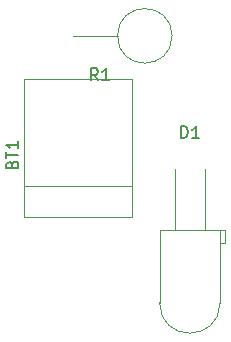
<source format=gto>
G04 #@! TF.FileFunction,Legend,Top*
%FSLAX46Y46*%
G04 Gerber Fmt 4.6, Leading zero omitted, Abs format (unit mm)*
G04 Created by KiCad (PCBNEW 4.0.7) date 07/26/19 18:51:32*
%MOMM*%
%LPD*%
G01*
G04 APERTURE LIST*
%ADD10C,0.100000*%
%ADD11C,0.120000*%
%ADD12C,0.150000*%
G04 APERTURE END LIST*
D10*
D11*
X144820000Y-118120000D02*
X153820000Y-118120000D01*
X144720000Y-109100000D02*
X153850000Y-109100000D01*
X144720000Y-109100000D02*
X144720000Y-120770000D01*
X153850000Y-120770000D02*
X153850000Y-109100000D01*
X153850000Y-120770000D02*
X144720000Y-120770000D01*
X161310000Y-128020000D02*
G75*
G02X156190000Y-128020000I-2560000J0D01*
G01*
X156190000Y-121860000D02*
X156190000Y-128020000D01*
X161310000Y-121860000D02*
X161310000Y-128020000D01*
X156190000Y-121860000D02*
X161310000Y-121860000D01*
X161710000Y-121860000D02*
X161710000Y-122980000D01*
X161710000Y-122980000D02*
X161310000Y-122980000D01*
X161310000Y-122980000D02*
X161310000Y-121860000D01*
X161310000Y-121860000D02*
X161710000Y-121860000D01*
X157480000Y-116650000D02*
X157480000Y-121860000D01*
X157480000Y-121860000D02*
X157480000Y-121860000D01*
X157480000Y-121860000D02*
X157480000Y-116650000D01*
X157480000Y-116650000D02*
X157480000Y-116650000D01*
X160020000Y-116650000D02*
X160020000Y-121860000D01*
X160020000Y-121860000D02*
X160020000Y-121860000D01*
X160020000Y-121860000D02*
X160020000Y-116650000D01*
X160020000Y-116650000D02*
X160020000Y-116650000D01*
X157250000Y-105410000D02*
G75*
G03X157250000Y-105410000I-2310000J0D01*
G01*
X152630000Y-105410000D02*
X148820000Y-105410000D01*
D12*
X143698571Y-116305714D02*
X143746190Y-116162857D01*
X143793810Y-116115238D01*
X143889048Y-116067619D01*
X144031905Y-116067619D01*
X144127143Y-116115238D01*
X144174762Y-116162857D01*
X144222381Y-116258095D01*
X144222381Y-116639048D01*
X143222381Y-116639048D01*
X143222381Y-116305714D01*
X143270000Y-116210476D01*
X143317619Y-116162857D01*
X143412857Y-116115238D01*
X143508095Y-116115238D01*
X143603333Y-116162857D01*
X143650952Y-116210476D01*
X143698571Y-116305714D01*
X143698571Y-116639048D01*
X143222381Y-115781905D02*
X143222381Y-115210476D01*
X144222381Y-115496191D02*
X143222381Y-115496191D01*
X144222381Y-114353333D02*
X144222381Y-114924762D01*
X144222381Y-114639048D02*
X143222381Y-114639048D01*
X143365238Y-114734286D01*
X143460476Y-114829524D01*
X143508095Y-114924762D01*
X158011905Y-114062381D02*
X158011905Y-113062381D01*
X158250000Y-113062381D01*
X158392858Y-113110000D01*
X158488096Y-113205238D01*
X158535715Y-113300476D01*
X158583334Y-113490952D01*
X158583334Y-113633810D01*
X158535715Y-113824286D01*
X158488096Y-113919524D01*
X158392858Y-114014762D01*
X158250000Y-114062381D01*
X158011905Y-114062381D01*
X159535715Y-114062381D02*
X158964286Y-114062381D01*
X159250000Y-114062381D02*
X159250000Y-113062381D01*
X159154762Y-113205238D01*
X159059524Y-113300476D01*
X158964286Y-113348095D01*
X150963334Y-109172381D02*
X150630000Y-108696190D01*
X150391905Y-109172381D02*
X150391905Y-108172381D01*
X150772858Y-108172381D01*
X150868096Y-108220000D01*
X150915715Y-108267619D01*
X150963334Y-108362857D01*
X150963334Y-108505714D01*
X150915715Y-108600952D01*
X150868096Y-108648571D01*
X150772858Y-108696190D01*
X150391905Y-108696190D01*
X151915715Y-109172381D02*
X151344286Y-109172381D01*
X151630000Y-109172381D02*
X151630000Y-108172381D01*
X151534762Y-108315238D01*
X151439524Y-108410476D01*
X151344286Y-108458095D01*
M02*

</source>
